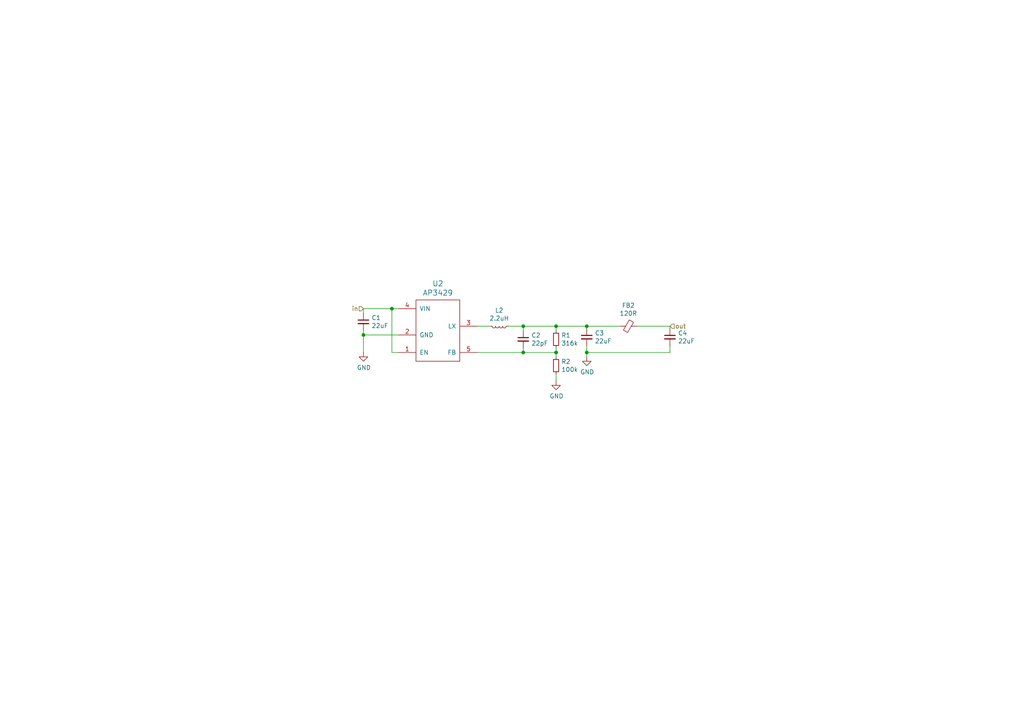
<source format=kicad_sch>
(kicad_sch (version 20211123) (generator eeschema)

  (uuid 6c67e4f6-9d04-4539-b356-b76e915ce848)

  (paper "A4")

  (lib_symbols
    (symbol "Device:C_Small" (pin_numbers hide) (pin_names (offset 0.254) hide) (in_bom yes) (on_board yes)
      (property "Reference" "C" (id 0) (at 0.254 1.778 0)
        (effects (font (size 1.27 1.27)) (justify left))
      )
      (property "Value" "C_Small" (id 1) (at 0.254 -2.032 0)
        (effects (font (size 1.27 1.27)) (justify left))
      )
      (property "Footprint" "" (id 2) (at 0 0 0)
        (effects (font (size 1.27 1.27)) hide)
      )
      (property "Datasheet" "~" (id 3) (at 0 0 0)
        (effects (font (size 1.27 1.27)) hide)
      )
      (property "ki_keywords" "capacitor cap" (id 4) (at 0 0 0)
        (effects (font (size 1.27 1.27)) hide)
      )
      (property "ki_description" "Unpolarized capacitor, small symbol" (id 5) (at 0 0 0)
        (effects (font (size 1.27 1.27)) hide)
      )
      (property "ki_fp_filters" "C_*" (id 6) (at 0 0 0)
        (effects (font (size 1.27 1.27)) hide)
      )
      (symbol "C_Small_0_1"
        (polyline
          (pts
            (xy -1.524 -0.508)
            (xy 1.524 -0.508)
          )
          (stroke (width 0.3302) (type default) (color 0 0 0 0))
          (fill (type none))
        )
        (polyline
          (pts
            (xy -1.524 0.508)
            (xy 1.524 0.508)
          )
          (stroke (width 0.3048) (type default) (color 0 0 0 0))
          (fill (type none))
        )
      )
      (symbol "C_Small_1_1"
        (pin passive line (at 0 2.54 270) (length 2.032)
          (name "~" (effects (font (size 1.27 1.27))))
          (number "1" (effects (font (size 1.27 1.27))))
        )
        (pin passive line (at 0 -2.54 90) (length 2.032)
          (name "~" (effects (font (size 1.27 1.27))))
          (number "2" (effects (font (size 1.27 1.27))))
        )
      )
    )
    (symbol "Device:Ferrite_Bead_Small" (pin_numbers hide) (pin_names (offset 0)) (in_bom yes) (on_board yes)
      (property "Reference" "FB" (id 0) (at 1.905 1.27 0)
        (effects (font (size 1.27 1.27)) (justify left))
      )
      (property "Value" "Device_Ferrite_Bead_Small" (id 1) (at 1.905 -1.27 0)
        (effects (font (size 1.27 1.27)) (justify left))
      )
      (property "Footprint" "" (id 2) (at -1.778 0 90)
        (effects (font (size 1.27 1.27)) hide)
      )
      (property "Datasheet" "" (id 3) (at 0 0 0)
        (effects (font (size 1.27 1.27)) hide)
      )
      (property "ki_fp_filters" "Inductor_* L_* *Ferrite*" (id 4) (at 0 0 0)
        (effects (font (size 1.27 1.27)) hide)
      )
      (symbol "Ferrite_Bead_Small_0_1"
        (polyline
          (pts
            (xy 0 -1.27)
            (xy 0 -0.7874)
          )
          (stroke (width 0) (type default) (color 0 0 0 0))
          (fill (type none))
        )
        (polyline
          (pts
            (xy 0 0.889)
            (xy 0 1.2954)
          )
          (stroke (width 0) (type default) (color 0 0 0 0))
          (fill (type none))
        )
        (polyline
          (pts
            (xy -1.8288 0.2794)
            (xy -1.1176 1.4986)
            (xy 1.8288 -0.2032)
            (xy 1.1176 -1.4224)
            (xy -1.8288 0.2794)
          )
          (stroke (width 0) (type default) (color 0 0 0 0))
          (fill (type none))
        )
      )
      (symbol "Ferrite_Bead_Small_1_1"
        (pin passive line (at 0 2.54 270) (length 1.27)
          (name "~" (effects (font (size 1.27 1.27))))
          (number "1" (effects (font (size 1.27 1.27))))
        )
        (pin passive line (at 0 -2.54 90) (length 1.27)
          (name "~" (effects (font (size 1.27 1.27))))
          (number "2" (effects (font (size 1.27 1.27))))
        )
      )
    )
    (symbol "Device:L_Small" (pin_numbers hide) (pin_names (offset 0.254) hide) (in_bom yes) (on_board yes)
      (property "Reference" "L" (id 0) (at 0.762 1.016 0)
        (effects (font (size 1.27 1.27)) (justify left))
      )
      (property "Value" "L_Small" (id 1) (at 0.762 -1.016 0)
        (effects (font (size 1.27 1.27)) (justify left))
      )
      (property "Footprint" "" (id 2) (at 0 0 0)
        (effects (font (size 1.27 1.27)) hide)
      )
      (property "Datasheet" "~" (id 3) (at 0 0 0)
        (effects (font (size 1.27 1.27)) hide)
      )
      (property "ki_keywords" "inductor choke coil reactor magnetic" (id 4) (at 0 0 0)
        (effects (font (size 1.27 1.27)) hide)
      )
      (property "ki_description" "Inductor, small symbol" (id 5) (at 0 0 0)
        (effects (font (size 1.27 1.27)) hide)
      )
      (property "ki_fp_filters" "Choke_* *Coil* Inductor_* L_*" (id 6) (at 0 0 0)
        (effects (font (size 1.27 1.27)) hide)
      )
      (symbol "L_Small_0_1"
        (arc (start 0 -2.032) (mid 0.508 -1.524) (end 0 -1.016)
          (stroke (width 0) (type default) (color 0 0 0 0))
          (fill (type none))
        )
        (arc (start 0 -1.016) (mid 0.508 -0.508) (end 0 0)
          (stroke (width 0) (type default) (color 0 0 0 0))
          (fill (type none))
        )
        (arc (start 0 0) (mid 0.508 0.508) (end 0 1.016)
          (stroke (width 0) (type default) (color 0 0 0 0))
          (fill (type none))
        )
        (arc (start 0 1.016) (mid 0.508 1.524) (end 0 2.032)
          (stroke (width 0) (type default) (color 0 0 0 0))
          (fill (type none))
        )
      )
      (symbol "L_Small_1_1"
        (pin passive line (at 0 2.54 270) (length 0.508)
          (name "~" (effects (font (size 1.27 1.27))))
          (number "1" (effects (font (size 1.27 1.27))))
        )
        (pin passive line (at 0 -2.54 90) (length 0.508)
          (name "~" (effects (font (size 1.27 1.27))))
          (number "2" (effects (font (size 1.27 1.27))))
        )
      )
    )
    (symbol "Device:R_Small" (pin_numbers hide) (pin_names (offset 0.254) hide) (in_bom yes) (on_board yes)
      (property "Reference" "R" (id 0) (at 0.762 0.508 0)
        (effects (font (size 1.27 1.27)) (justify left))
      )
      (property "Value" "R_Small" (id 1) (at 0.762 -1.016 0)
        (effects (font (size 1.27 1.27)) (justify left))
      )
      (property "Footprint" "" (id 2) (at 0 0 0)
        (effects (font (size 1.27 1.27)) hide)
      )
      (property "Datasheet" "~" (id 3) (at 0 0 0)
        (effects (font (size 1.27 1.27)) hide)
      )
      (property "ki_keywords" "R resistor" (id 4) (at 0 0 0)
        (effects (font (size 1.27 1.27)) hide)
      )
      (property "ki_description" "Resistor, small symbol" (id 5) (at 0 0 0)
        (effects (font (size 1.27 1.27)) hide)
      )
      (property "ki_fp_filters" "R_*" (id 6) (at 0 0 0)
        (effects (font (size 1.27 1.27)) hide)
      )
      (symbol "R_Small_0_1"
        (rectangle (start -0.762 1.778) (end 0.762 -1.778)
          (stroke (width 0.2032) (type default) (color 0 0 0 0))
          (fill (type none))
        )
      )
      (symbol "R_Small_1_1"
        (pin passive line (at 0 2.54 270) (length 0.762)
          (name "~" (effects (font (size 1.27 1.27))))
          (number "1" (effects (font (size 1.27 1.27))))
        )
        (pin passive line (at 0 -2.54 90) (length 0.762)
          (name "~" (effects (font (size 1.27 1.27))))
          (number "2" (effects (font (size 1.27 1.27))))
        )
      )
    )
    (symbol "local:AP3429" (pin_names (offset 1.016)) (in_bom yes) (on_board yes)
      (property "Reference" "U" (id 0) (at -2.54 12.7 0)
        (effects (font (size 1.524 1.524)))
      )
      (property "Value" "AP3429" (id 1) (at 0 10.16 0)
        (effects (font (size 1.524 1.524)))
      )
      (property "Footprint" "Package_TO_SOT_SMD:TSOT-23-5" (id 2) (at 0 0 0)
        (effects (font (size 1.524 1.524)) hide)
      )
      (property "Datasheet" "" (id 3) (at 0 0 0)
        (effects (font (size 1.524 1.524)) hide)
      )
      (symbol "AP3429_0_1"
        (rectangle (start -5.08 7.62) (end 7.62 -10.16)
          (stroke (width 0) (type default) (color 0 0 0 0))
          (fill (type none))
        )
        (pin input line (at -10.16 -7.62 0) (length 5.08)
          (name "EN" (effects (font (size 1.27 1.27))))
          (number "1" (effects (font (size 1.27 1.27))))
        )
        (pin output line (at 12.7 0 180) (length 5.08)
          (name "LX" (effects (font (size 1.27 1.27))))
          (number "3" (effects (font (size 1.27 1.27))))
        )
        (pin input line (at 12.7 -7.62 180) (length 5.08)
          (name "FB" (effects (font (size 1.27 1.27))))
          (number "5" (effects (font (size 1.27 1.27))))
        )
      )
      (symbol "AP3429_1_1"
        (pin power_in line (at -10.16 -2.54 0) (length 5.08)
          (name "GND" (effects (font (size 1.27 1.27))))
          (number "2" (effects (font (size 1.27 1.27))))
        )
        (pin power_in line (at -10.16 5.08 0) (length 5.08)
          (name "VIN" (effects (font (size 1.27 1.27))))
          (number "4" (effects (font (size 1.27 1.27))))
        )
      )
    )
    (symbol "power:GND" (power) (pin_names (offset 0)) (in_bom yes) (on_board yes)
      (property "Reference" "#PWR" (id 0) (at 0 -6.35 0)
        (effects (font (size 1.27 1.27)) hide)
      )
      (property "Value" "GND" (id 1) (at 0 -3.81 0)
        (effects (font (size 1.27 1.27)))
      )
      (property "Footprint" "" (id 2) (at 0 0 0)
        (effects (font (size 1.27 1.27)) hide)
      )
      (property "Datasheet" "" (id 3) (at 0 0 0)
        (effects (font (size 1.27 1.27)) hide)
      )
      (property "ki_keywords" "power-flag" (id 4) (at 0 0 0)
        (effects (font (size 1.27 1.27)) hide)
      )
      (property "ki_description" "Power symbol creates a global label with name \"GND\" , ground" (id 5) (at 0 0 0)
        (effects (font (size 1.27 1.27)) hide)
      )
      (symbol "GND_0_1"
        (polyline
          (pts
            (xy 0 0)
            (xy 0 -1.27)
            (xy 1.27 -1.27)
            (xy 0 -2.54)
            (xy -1.27 -1.27)
            (xy 0 -1.27)
          )
          (stroke (width 0) (type default) (color 0 0 0 0))
          (fill (type none))
        )
      )
      (symbol "GND_1_1"
        (pin power_in line (at 0 0 270) (length 0) hide
          (name "GND" (effects (font (size 1.27 1.27))))
          (number "1" (effects (font (size 1.27 1.27))))
        )
      )
    )
  )

  (junction (at 151.765 102.235) (diameter 0) (color 0 0 0 0)
    (uuid 20c315f4-1e4f-49aa-8d61-778a7389df7e)
  )
  (junction (at 161.29 94.615) (diameter 0) (color 0 0 0 0)
    (uuid 29e058a7-50a3-43e5-81c3-bfee53da08be)
  )
  (junction (at 170.18 94.615) (diameter 0) (color 0 0 0 0)
    (uuid 6e68f0cd-800e-4167-9553-71fc59da1eeb)
  )
  (junction (at 105.41 97.155) (diameter 0) (color 0 0 0 0)
    (uuid 7b044939-8c4d-444f-b9e0-a15fcdeb5a86)
  )
  (junction (at 161.29 102.235) (diameter 0) (color 0 0 0 0)
    (uuid 7e0a03ae-d054-4f76-a131-5c09b8dc1636)
  )
  (junction (at 151.765 94.615) (diameter 0) (color 0 0 0 0)
    (uuid 8d0c1d66-35ef-4a53-a28f-436a11b54f42)
  )
  (junction (at 170.18 102.235) (diameter 0) (color 0 0 0 0)
    (uuid a5e521b9-814e-4853-a5ac-f158785c6269)
  )
  (junction (at 113.665 89.535) (diameter 0) (color 0 0 0 0)
    (uuid c9667181-b3c7-4b01-b8b4-baa29a9aea63)
  )

  (wire (pts (xy 105.41 102.235) (xy 105.41 97.155))
    (stroke (width 0) (type default) (color 0 0 0 0))
    (uuid 0325ec43-0390-4ae2-b055-b1ec6ce17b1c)
  )
  (wire (pts (xy 105.41 89.535) (xy 113.665 89.535))
    (stroke (width 0) (type default) (color 0 0 0 0))
    (uuid 1e518c2a-4cb7-4599-a1fa-5b9f847da7d3)
  )
  (wire (pts (xy 179.705 94.615) (xy 170.18 94.615))
    (stroke (width 0) (type default) (color 0 0 0 0))
    (uuid 22999e73-da32-43a5-9163-4b3a41614f25)
  )
  (wire (pts (xy 170.18 102.235) (xy 170.18 103.505))
    (stroke (width 0) (type default) (color 0 0 0 0))
    (uuid 262f1ea9-0133-4b43-be36-456207ea857c)
  )
  (wire (pts (xy 161.29 94.615) (xy 161.29 95.885))
    (stroke (width 0) (type default) (color 0 0 0 0))
    (uuid 27d56953-c620-4d5b-9c1c-e48bc3d9684a)
  )
  (wire (pts (xy 115.57 97.155) (xy 105.41 97.155))
    (stroke (width 0) (type default) (color 0 0 0 0))
    (uuid 34a74736-156e-4bf3-9200-cd137cfa59da)
  )
  (wire (pts (xy 151.765 94.615) (xy 151.765 95.885))
    (stroke (width 0) (type default) (color 0 0 0 0))
    (uuid 35a9f71f-ba35-47f6-814e-4106ac36c51e)
  )
  (wire (pts (xy 170.18 94.615) (xy 170.18 95.25))
    (stroke (width 0) (type default) (color 0 0 0 0))
    (uuid 3fd54105-4b7e-4004-9801-76ec66108a22)
  )
  (wire (pts (xy 170.18 100.33) (xy 170.18 102.235))
    (stroke (width 0) (type default) (color 0 0 0 0))
    (uuid 576c6616-e95d-4f1e-8ead-dea30fcdc8c2)
  )
  (wire (pts (xy 147.32 94.615) (xy 151.765 94.615))
    (stroke (width 0) (type default) (color 0 0 0 0))
    (uuid 5b34a16c-5a14-4291-8242-ea6d6ac54372)
  )
  (wire (pts (xy 194.31 94.615) (xy 194.31 95.25))
    (stroke (width 0) (type default) (color 0 0 0 0))
    (uuid 5cf2db29-f7ab-499a-9907-cdeba64bf0f3)
  )
  (wire (pts (xy 142.24 94.615) (xy 138.43 94.615))
    (stroke (width 0) (type default) (color 0 0 0 0))
    (uuid 65134029-dbd2-409a-85a8-13c2a33ff019)
  )
  (wire (pts (xy 138.43 102.235) (xy 151.765 102.235))
    (stroke (width 0) (type default) (color 0 0 0 0))
    (uuid 6781326c-6e0d-4753-8f28-0f5c687e01f9)
  )
  (wire (pts (xy 161.29 94.615) (xy 170.18 94.615))
    (stroke (width 0) (type default) (color 0 0 0 0))
    (uuid 6fd4442e-30b3-428b-9306-61418a63d311)
  )
  (wire (pts (xy 151.765 102.235) (xy 161.29 102.235))
    (stroke (width 0) (type default) (color 0 0 0 0))
    (uuid 7a4ce4b3-518a-4819-b8b2-5127b3347c64)
  )
  (wire (pts (xy 170.18 102.235) (xy 194.31 102.235))
    (stroke (width 0) (type default) (color 0 0 0 0))
    (uuid 89e83c2e-e90a-4a50-b278-880bac0cfb49)
  )
  (wire (pts (xy 151.765 94.615) (xy 161.29 94.615))
    (stroke (width 0) (type default) (color 0 0 0 0))
    (uuid 9193c41e-d425-447d-b95c-6986d66ea01c)
  )
  (wire (pts (xy 194.31 94.615) (xy 184.785 94.615))
    (stroke (width 0) (type default) (color 0 0 0 0))
    (uuid a4f86a46-3bc8-4daa-9125-a63f297eb114)
  )
  (wire (pts (xy 161.29 100.965) (xy 161.29 102.235))
    (stroke (width 0) (type default) (color 0 0 0 0))
    (uuid a9b3f6e4-7a6d-4ae8-ad28-3d8458e0ca1a)
  )
  (wire (pts (xy 151.765 102.235) (xy 151.765 100.965))
    (stroke (width 0) (type default) (color 0 0 0 0))
    (uuid c701ee8e-1214-4781-a973-17bef7b6e3eb)
  )
  (wire (pts (xy 115.57 102.235) (xy 113.665 102.235))
    (stroke (width 0) (type default) (color 0 0 0 0))
    (uuid cff34251-839c-4da9-a0ad-85d0fc4e32af)
  )
  (wire (pts (xy 105.41 97.155) (xy 105.41 95.885))
    (stroke (width 0) (type default) (color 0 0 0 0))
    (uuid d0d2eee9-31f6-44fa-8149-ebb4dc2dc0dc)
  )
  (wire (pts (xy 161.29 110.49) (xy 161.29 108.585))
    (stroke (width 0) (type default) (color 0 0 0 0))
    (uuid d0fb0864-e79b-4bdc-8e8e-eed0cabe6d56)
  )
  (wire (pts (xy 113.665 102.235) (xy 113.665 89.535))
    (stroke (width 0) (type default) (color 0 0 0 0))
    (uuid d5b800ca-1ab6-4b66-b5f7-2dda5658b504)
  )
  (wire (pts (xy 161.29 102.235) (xy 161.29 103.505))
    (stroke (width 0) (type default) (color 0 0 0 0))
    (uuid d6fb27cf-362d-4568-967c-a5bf49d5931b)
  )
  (wire (pts (xy 113.665 89.535) (xy 115.57 89.535))
    (stroke (width 0) (type default) (color 0 0 0 0))
    (uuid ebd06df3-d52b-4cff-99a2-a771df6d3733)
  )
  (wire (pts (xy 105.41 90.805) (xy 105.41 89.535))
    (stroke (width 0) (type default) (color 0 0 0 0))
    (uuid ee41cb8e-512d-41d2-81e1-3c50fff32aeb)
  )
  (wire (pts (xy 194.31 100.33) (xy 194.31 102.235))
    (stroke (width 0) (type default) (color 0 0 0 0))
    (uuid feb26ecb-9193-46ea-a41b-d09305bf0a3e)
  )

  (hierarchical_label "out" (shape input) (at 194.31 94.615 0)
    (effects (font (size 1.27 1.27)) (justify left))
    (uuid b447dbb1-d38e-4a15-93cb-12c25382ea53)
  )
  (hierarchical_label "in" (shape input) (at 105.41 89.535 180)
    (effects (font (size 1.27 1.27)) (justify right))
    (uuid cfa5c16e-7859-460d-a0b8-cea7d7ea629c)
  )

  (symbol (lib_id "local:AP3429") (at 125.73 94.615 0)
    (in_bom yes) (on_board yes)
    (uuid 00000000-0000-0000-0000-0000604467d0)
    (property "Reference" "U2" (id 0) (at 127 82.2452 0)
      (effects (font (size 1.524 1.524)))
    )
    (property "Value" "AP3429" (id 1) (at 127 84.9376 0)
      (effects (font (size 1.524 1.524)))
    )
    (property "Footprint" "Package_TO_SOT_SMD:TSOT-23-5" (id 2) (at 125.73 94.615 0)
      (effects (font (size 1.524 1.524)) hide)
    )
    (property "Datasheet" "" (id 3) (at 125.73 94.615 0)
      (effects (font (size 1.524 1.524)) hide)
    )
    (property "MPN" "AP3429AKTTR-G1" (id 4) (at 125.73 94.615 0)
      (effects (font (size 1.27 1.27)) hide)
    )
    (pin "1" (uuid 27b045ab-4046-4475-8827-ade72b2fdb31))
    (pin "3" (uuid 22b788c7-f44d-4406-b402-d8e22fbb6094))
    (pin "5" (uuid 9d946fa7-4855-4433-9821-5620ab086af0))
    (pin "2" (uuid bb456900-7812-498b-bf90-872c89cf6112))
    (pin "4" (uuid f0ce44a2-cd98-45f6-a8e0-6ad17a0b098a))
  )

  (symbol (lib_id "Device:C_Small") (at 105.41 93.345 0)
    (in_bom yes) (on_board yes)
    (uuid 00000000-0000-0000-0000-0000604467d6)
    (property "Reference" "C1" (id 0) (at 107.7468 92.1766 0)
      (effects (font (size 1.27 1.27)) (justify left))
    )
    (property "Value" "22uF" (id 1) (at 107.7468 94.488 0)
      (effects (font (size 1.27 1.27)) (justify left))
    )
    (property "Footprint" "Capacitor_SMD:C_0603_1608Metric" (id 2) (at 105.41 93.345 0)
      (effects (font (size 1.27 1.27)) hide)
    )
    (property "Datasheet" "~" (id 3) (at 105.41 93.345 0)
      (effects (font (size 1.27 1.27)) hide)
    )
    (pin "1" (uuid eb150cc4-5079-4cc4-9e36-71218f2123dd))
    (pin "2" (uuid 0e37befa-9212-4f4b-bddd-f8ab4d263749))
  )

  (symbol (lib_id "Device:C_Small") (at 170.18 97.79 0)
    (in_bom yes) (on_board yes)
    (uuid 00000000-0000-0000-0000-0000604467dc)
    (property "Reference" "C3" (id 0) (at 172.5168 96.6216 0)
      (effects (font (size 1.27 1.27)) (justify left))
    )
    (property "Value" "22uF" (id 1) (at 172.5168 98.933 0)
      (effects (font (size 1.27 1.27)) (justify left))
    )
    (property "Footprint" "Capacitor_SMD:C_0603_1608Metric" (id 2) (at 170.18 97.79 0)
      (effects (font (size 1.27 1.27)) hide)
    )
    (property "Datasheet" "~" (id 3) (at 170.18 97.79 0)
      (effects (font (size 1.27 1.27)) hide)
    )
    (pin "1" (uuid 8d13ce00-4272-48f8-859f-56605330801a))
    (pin "2" (uuid fd3b4b39-129b-4780-adf2-6fedeb400468))
  )

  (symbol (lib_id "Device:C_Small") (at 194.31 97.79 0)
    (in_bom yes) (on_board yes)
    (uuid 00000000-0000-0000-0000-0000604467e2)
    (property "Reference" "C4" (id 0) (at 196.6468 96.6216 0)
      (effects (font (size 1.27 1.27)) (justify left))
    )
    (property "Value" "22uF" (id 1) (at 196.6468 98.933 0)
      (effects (font (size 1.27 1.27)) (justify left))
    )
    (property "Footprint" "Capacitor_SMD:C_0603_1608Metric" (id 2) (at 194.31 97.79 0)
      (effects (font (size 1.27 1.27)) hide)
    )
    (property "Datasheet" "~" (id 3) (at 194.31 97.79 0)
      (effects (font (size 1.27 1.27)) hide)
    )
    (pin "1" (uuid 68de44b4-a0a7-4ac5-aa47-904b0466eb07))
    (pin "2" (uuid 98f3cae1-cab4-4a86-8509-44100c866679))
  )

  (symbol (lib_id "Device:L_Small") (at 144.78 94.615 270)
    (in_bom yes) (on_board yes)
    (uuid 00000000-0000-0000-0000-0000604467ed)
    (property "Reference" "L2" (id 0) (at 144.78 90.0176 90))
    (property "Value" "2.2uH" (id 1) (at 144.78 92.329 90))
    (property "Footprint" "Inductor_SMD:L_Taiyo-Yuden_NR-50xx" (id 2) (at 144.78 94.615 0)
      (effects (font (size 1.27 1.27)) hide)
    )
    (property "Datasheet" "~" (id 3) (at 144.78 94.615 0)
      (effects (font (size 1.27 1.27)) hide)
    )
    (property "MPN" "NRS5030T2R2NMGJ" (id 4) (at 144.78 94.615 0)
      (effects (font (size 1.27 1.27)) hide)
    )
    (pin "1" (uuid 530768c7-ac32-45dd-8dfd-ec12349a8a28))
    (pin "2" (uuid 2265274a-1cf0-4b44-bf85-d1544e62bb85))
  )

  (symbol (lib_id "Device:C_Small") (at 151.765 98.425 0)
    (in_bom yes) (on_board yes)
    (uuid 00000000-0000-0000-0000-0000604467f4)
    (property "Reference" "C2" (id 0) (at 154.1018 97.2566 0)
      (effects (font (size 1.27 1.27)) (justify left))
    )
    (property "Value" "22pF" (id 1) (at 154.1018 99.568 0)
      (effects (font (size 1.27 1.27)) (justify left))
    )
    (property "Footprint" "Capacitor_SMD:C_0402_1005Metric" (id 2) (at 151.765 98.425 0)
      (effects (font (size 1.27 1.27)) hide)
    )
    (property "Datasheet" "~" (id 3) (at 151.765 98.425 0)
      (effects (font (size 1.27 1.27)) hide)
    )
    (pin "1" (uuid 2e8f5aa0-95bb-432e-afb6-14a738f6337f))
    (pin "2" (uuid 28607d10-4a0e-4a24-8a2c-ada08a61dfa2))
  )

  (symbol (lib_id "Device:R_Small") (at 161.29 98.425 0)
    (in_bom yes) (on_board yes)
    (uuid 00000000-0000-0000-0000-0000604467fe)
    (property "Reference" "R1" (id 0) (at 162.7886 97.2566 0)
      (effects (font (size 1.27 1.27)) (justify left))
    )
    (property "Value" "316k" (id 1) (at 162.7886 99.568 0)
      (effects (font (size 1.27 1.27)) (justify left))
    )
    (property "Footprint" "Capacitor_SMD:C_0402_1005Metric" (id 2) (at 161.29 98.425 0)
      (effects (font (size 1.27 1.27)) hide)
    )
    (property "Datasheet" "~" (id 3) (at 161.29 98.425 0)
      (effects (font (size 1.27 1.27)) hide)
    )
    (pin "1" (uuid f8c0c85b-63aa-4456-8454-d2738e87b07e))
    (pin "2" (uuid 3b9a8e62-fda6-4a6f-99cf-a8e5b8b2f15f))
  )

  (symbol (lib_id "Device:R_Small") (at 161.29 106.045 0)
    (in_bom yes) (on_board yes)
    (uuid 00000000-0000-0000-0000-000060446804)
    (property "Reference" "R2" (id 0) (at 162.7886 104.8766 0)
      (effects (font (size 1.27 1.27)) (justify left))
    )
    (property "Value" "100k" (id 1) (at 162.7886 107.188 0)
      (effects (font (size 1.27 1.27)) (justify left))
    )
    (property "Footprint" "Capacitor_SMD:C_0402_1005Metric" (id 2) (at 161.29 106.045 0)
      (effects (font (size 1.27 1.27)) hide)
    )
    (property "Datasheet" "~" (id 3) (at 161.29 106.045 0)
      (effects (font (size 1.27 1.27)) hide)
    )
    (pin "1" (uuid a12f7b62-7be9-4aa3-a85b-c8cb27e5bf49))
    (pin "2" (uuid c4587029-7976-42ee-b58c-7caa0906b2a7))
  )

  (symbol (lib_id "power:GND") (at 161.29 110.49 0)
    (in_bom yes) (on_board yes)
    (uuid 00000000-0000-0000-0000-00006044681b)
    (property "Reference" "#PWR0102" (id 0) (at 161.29 116.84 0)
      (effects (font (size 1.27 1.27)) hide)
    )
    (property "Value" "GND" (id 1) (at 161.417 114.8842 0))
    (property "Footprint" "" (id 2) (at 161.29 110.49 0)
      (effects (font (size 1.27 1.27)) hide)
    )
    (property "Datasheet" "" (id 3) (at 161.29 110.49 0)
      (effects (font (size 1.27 1.27)) hide)
    )
    (pin "1" (uuid 2b181f70-b089-4855-850b-4462d6a1dc63))
  )

  (symbol (lib_id "power:GND") (at 170.18 103.505 0)
    (in_bom yes) (on_board yes)
    (uuid 00000000-0000-0000-0000-000060446826)
    (property "Reference" "#PWR0103" (id 0) (at 170.18 109.855 0)
      (effects (font (size 1.27 1.27)) hide)
    )
    (property "Value" "GND" (id 1) (at 170.307 107.8992 0))
    (property "Footprint" "" (id 2) (at 170.18 103.505 0)
      (effects (font (size 1.27 1.27)) hide)
    )
    (property "Datasheet" "" (id 3) (at 170.18 103.505 0)
      (effects (font (size 1.27 1.27)) hide)
    )
    (pin "1" (uuid 1f15275c-d991-4cf1-827e-1114209bbf38))
  )

  (symbol (lib_id "power:GND") (at 105.41 102.235 0)
    (in_bom yes) (on_board yes)
    (uuid 00000000-0000-0000-0000-00006044682e)
    (property "Reference" "#PWR0104" (id 0) (at 105.41 108.585 0)
      (effects (font (size 1.27 1.27)) hide)
    )
    (property "Value" "GND" (id 1) (at 105.537 106.6292 0))
    (property "Footprint" "" (id 2) (at 105.41 102.235 0)
      (effects (font (size 1.27 1.27)) hide)
    )
    (property "Datasheet" "" (id 3) (at 105.41 102.235 0)
      (effects (font (size 1.27 1.27)) hide)
    )
    (pin "1" (uuid dafbc4d4-726b-47c7-b074-8d381c5f7477))
  )

  (symbol (lib_id "Device:Ferrite_Bead_Small") (at 182.245 94.615 270)
    (in_bom yes) (on_board yes)
    (uuid 00000000-0000-0000-0000-000060b607fc)
    (property "Reference" "FB2" (id 0) (at 182.245 88.5952 90))
    (property "Value" "120R" (id 1) (at 182.245 90.9066 90))
    (property "Footprint" "Resistor_SMD:R_0603_1608Metric" (id 2) (at 182.245 92.837 90)
      (effects (font (size 1.27 1.27)) hide)
    )
    (property "Datasheet" "~" (id 3) (at 182.245 94.615 0)
      (effects (font (size 1.27 1.27)) hide)
    )
    (pin "1" (uuid 252f5480-3e74-4d8d-a6fc-57f8c5020707))
    (pin "2" (uuid 5aa7d921-ee47-49f0-a0db-d8f789a74e8f))
  )
)

</source>
